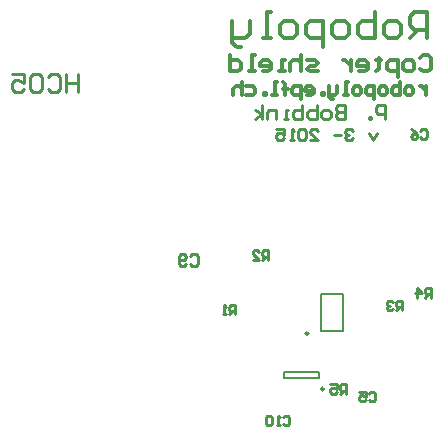
<source format=gbo>
%FSAX42Y42*%
%MOMM*%
G71*
G01*
G75*
G04 Layer_Color=32896*
%ADD10R,1.70X1.70*%
%ADD11O,0.65X0.20*%
%ADD12O,0.20X0.65*%
%ADD13R,1.60X1.30*%
%ADD14R,1.30X1.60*%
%ADD15R,1.10X0.60*%
%ADD16R,1.40X1.00*%
%ADD17R,0.23X0.60*%
%ADD18R,0.60X0.23*%
%ADD19C,0.25*%
%ADD20C,0.24*%
%ADD21C,0.20*%
%ADD22C,1.50*%
%ADD23R,1.50X1.50*%
%ADD24R,1.50X1.50*%
%ADD25C,1.30*%
G04:AMPARAMS|DCode=26|XSize=3mm|YSize=1.5mm|CornerRadius=0mm|HoleSize=0mm|Usage=FLASHONLY|Rotation=0.000|XOffset=0mm|YOffset=0mm|HoleType=Round|Shape=Octagon|*
%AMOCTAGOND26*
4,1,8,1.50,-0.38,1.50,0.38,1.13,0.75,-1.13,0.75,-1.50,0.38,-1.50,-0.38,-1.13,-0.75,1.13,-0.75,1.50,-0.38,0.0*
%
%ADD26OCTAGOND26*%

%ADD27C,1.52*%
%ADD28C,0.50*%
%ADD29R,1.02X0.91*%
%ADD30R,0.91X1.02*%
%ADD31O,1.65X0.48*%
%ADD32R,0.60X1.10*%
%ADD33C,0.25*%
%ADD34C,0.60*%
%ADD35C,0.30*%
%ADD36C,0.10*%
%ADD37C,0.13*%
%ADD38R,1.90X1.90*%
%ADD39O,0.85X0.40*%
%ADD40O,0.40X0.85*%
%ADD41R,1.80X1.50*%
%ADD42R,1.50X1.80*%
%ADD43R,1.30X0.80*%
%ADD44R,1.60X1.20*%
%ADD45C,1.70*%
%ADD46R,1.70X1.70*%
G04:AMPARAMS|DCode=47|XSize=3.2mm|YSize=1.7mm|CornerRadius=0mm|HoleSize=0mm|Usage=FLASHONLY|Rotation=0.000|XOffset=0mm|YOffset=0mm|HoleType=Round|Shape=Octagon|*
%AMOCTAGOND47*
4,1,8,1.60,-0.42,1.60,0.42,1.18,0.85,-1.18,0.85,-1.60,0.42,-1.60,-0.42,-1.18,-0.85,1.18,-0.85,1.60,-0.42,0.0*
%
%ADD47OCTAGOND47*%

%ADD48C,1.72*%
%ADD49C,0.70*%
%ADD50R,1.22X1.11*%
%ADD51R,1.11X1.22*%
%ADD52O,1.85X0.68*%
%ADD53R,0.80X1.30*%
D19*
X004035Y006240D02*
Y006088D01*
Y006164D01*
X003933D01*
Y006240D01*
Y006088D01*
X003781Y006214D02*
X003806Y006240D01*
X003857D01*
X003883Y006214D01*
Y006113D01*
X003857Y006088D01*
X003806D01*
X003781Y006113D01*
X003730Y006214D02*
X003705Y006240D01*
X003654D01*
X003629Y006214D01*
Y006113D01*
X003654Y006088D01*
X003705D01*
X003730Y006113D01*
Y006214D01*
X003476Y006240D02*
X003578D01*
Y006164D01*
X003527Y006189D01*
X003502D01*
X003476Y006164D01*
Y006113D01*
X003502Y006088D01*
X003553D01*
X003578Y006113D01*
X006934Y005757D02*
X006948Y005770D01*
X006974D01*
X006988Y005757D01*
Y005703D01*
X006974Y005690D01*
X006948D01*
X006934Y005703D01*
X006854Y005770D02*
X006881Y005757D01*
X006908Y005730D01*
Y005703D01*
X006894Y005690D01*
X006868D01*
X006854Y005703D01*
Y005717D01*
X006868Y005730D01*
X006908D01*
X006305Y003530D02*
Y003610D01*
X006265D01*
X006252Y003597D01*
Y003570D01*
X006265Y003557D01*
X006305D01*
X006278D02*
X006252Y003530D01*
X006172Y003610D02*
X006225D01*
Y003570D01*
X006198Y003583D01*
X006185D01*
X006172Y003570D01*
Y003543D01*
X006185Y003530D01*
X006212D01*
X006225Y003543D01*
X007022Y004345D02*
Y004425D01*
X006983D01*
X006969Y004412D01*
Y004385D01*
X006983Y004372D01*
X007022D01*
X006996D02*
X006969Y004345D01*
X006903D02*
Y004425D01*
X006943Y004385D01*
X006889D01*
X006780Y004238D02*
Y004317D01*
X006740D01*
X006727Y004304D01*
Y004277D01*
X006740Y004264D01*
X006780D01*
X006753D02*
X006727Y004238D01*
X006700Y004304D02*
X006687Y004317D01*
X006660D01*
X006647Y004304D01*
Y004291D01*
X006660Y004277D01*
X006673D01*
X006660D01*
X006647Y004264D01*
Y004251D01*
X006660Y004238D01*
X006687D01*
X006700Y004251D01*
X005647Y004665D02*
Y004745D01*
X005608D01*
X005594Y004732D01*
Y004705D01*
X005608Y004692D01*
X005647D01*
X005621D02*
X005594Y004665D01*
X005514D02*
X005568D01*
X005514Y004718D01*
Y004732D01*
X005528Y004745D01*
X005554D01*
X005568Y004732D01*
X005367Y004203D02*
Y004282D01*
X005328D01*
X005314Y004269D01*
Y004242D01*
X005328Y004229D01*
X005367D01*
X005341D02*
X005314Y004203D01*
X005288D02*
X005261D01*
X005274D01*
Y004282D01*
X005288Y004269D01*
X006497Y003532D02*
X006510Y003545D01*
X006537D01*
X006550Y003532D01*
Y003478D01*
X006537Y003465D01*
X006510D01*
X006497Y003478D01*
X006417Y003545D02*
X006470D01*
Y003505D01*
X006443Y003518D01*
X006430D01*
X006417Y003505D01*
Y003478D01*
X006430Y003465D01*
X006457D01*
X006470Y003478D01*
X005769Y003332D02*
X005783Y003345D01*
X005809D01*
X005822Y003332D01*
Y003278D01*
X005809Y003265D01*
X005783D01*
X005769Y003278D01*
X005743Y003265D02*
X005716D01*
X005729D01*
Y003345D01*
X005743Y003332D01*
X005676D02*
X005663Y003345D01*
X005636D01*
X005623Y003332D01*
Y003278D01*
X005636Y003265D01*
X005663D01*
X005676Y003278D01*
Y003332D01*
X004986Y004693D02*
X005003Y004710D01*
X005036D01*
X005053Y004693D01*
Y004627D01*
X005036Y004610D01*
X005003D01*
X004986Y004627D01*
X004953D02*
X004936Y004610D01*
X004903D01*
X004886Y004627D01*
Y004693D01*
X004903Y004710D01*
X004936D01*
X004953Y004693D01*
Y004677D01*
X004936Y004660D01*
X004886D01*
X006635Y005855D02*
Y005975D01*
X006575D01*
X006555Y005955D01*
Y005915D01*
X006575Y005895D01*
X006635D01*
X006515Y005855D02*
Y005875D01*
X006495D01*
Y005855D01*
X006515D01*
X006295Y005975D02*
Y005855D01*
X006235D01*
X006215Y005875D01*
Y005895D01*
X006235Y005915D01*
X006295D01*
X006235D01*
X006215Y005935D01*
Y005955D01*
X006235Y005975D01*
X006295D01*
X006155Y005855D02*
X006115D01*
X006095Y005875D01*
Y005915D01*
X006115Y005935D01*
X006155D01*
X006175Y005915D01*
Y005875D01*
X006155Y005855D01*
X006055Y005975D02*
Y005855D01*
X005995D01*
X005975Y005875D01*
Y005895D01*
Y005915D01*
X005995Y005935D01*
X006055D01*
X005935Y005975D02*
Y005855D01*
X005875D01*
X005855Y005875D01*
Y005895D01*
Y005915D01*
X005875Y005935D01*
X005935D01*
X005815Y005855D02*
X005775D01*
X005795D01*
Y005935D01*
X005815D01*
X005715Y005855D02*
Y005935D01*
X005655D01*
X005635Y005915D01*
Y005855D01*
X005595D02*
Y005975D01*
Y005895D02*
X005535Y005935D01*
X005595Y005895D02*
X005535Y005855D01*
X006565Y005742D02*
X006532Y005675D01*
X006498Y005742D01*
X006365Y005758D02*
X006348Y005775D01*
X006315D01*
X006298Y005758D01*
Y005742D01*
X006315Y005725D01*
X006332D01*
X006315D01*
X006298Y005708D01*
Y005692D01*
X006315Y005675D01*
X006348D01*
X006365Y005692D01*
X006265Y005725D02*
X006198D01*
X005999Y005675D02*
X006065D01*
X005999Y005742D01*
Y005758D01*
X006015Y005775D01*
X006048D01*
X006065Y005758D01*
X005965D02*
X005949Y005775D01*
X005915D01*
X005899Y005758D01*
Y005692D01*
X005915Y005675D01*
X005949D01*
X005965Y005692D01*
Y005758D01*
X005865Y005675D02*
X005832D01*
X005849D01*
Y005775D01*
X005865Y005758D01*
X005715Y005775D02*
X005782D01*
Y005725D01*
X005749Y005742D01*
X005732D01*
X005715Y005725D01*
Y005692D01*
X005732Y005675D01*
X005765D01*
X005782Y005692D01*
D21*
X006095Y004372D02*
X006275D01*
X006095Y004063D02*
Y004372D01*
X006275Y004063D02*
Y004372D01*
X006095Y004063D02*
X006275D01*
X005775Y003665D02*
Y003715D01*
X006075D01*
X005775Y003665D02*
X006075D01*
Y003715D01*
D33*
X005985Y004040D02*
G03*
X005985Y004040I-000012J000000D01*
G01*
X006117Y003570D02*
G03*
X006117Y003570I-000012J000000D01*
G01*
D35*
X006929Y006377D02*
X006953Y006400D01*
X006999D01*
X007022Y006377D01*
Y006283D01*
X006999Y006260D01*
X006953D01*
X006929Y006283D01*
X006859Y006260D02*
X006813D01*
X006789Y006283D01*
Y006330D01*
X006813Y006353D01*
X006859D01*
X006883Y006330D01*
Y006283D01*
X006859Y006260D01*
X006743Y006213D02*
Y006353D01*
X006673D01*
X006649Y006330D01*
Y006283D01*
X006673Y006260D01*
X006743D01*
X006579Y006377D02*
Y006353D01*
X006603D01*
X006556D01*
X006579D01*
Y006283D01*
X006556Y006260D01*
X006416D02*
X006463D01*
X006486Y006283D01*
Y006330D01*
X006463Y006353D01*
X006416D01*
X006393Y006330D01*
Y006307D01*
X006486D01*
X006346Y006353D02*
Y006260D01*
Y006307D01*
X006323Y006330D01*
X006299Y006353D01*
X006276D01*
X006066Y006260D02*
X005996D01*
X005973Y006283D01*
X005996Y006307D01*
X006043D01*
X006066Y006330D01*
X006043Y006353D01*
X005973D01*
X005926Y006400D02*
Y006260D01*
Y006330D01*
X005903Y006353D01*
X005856D01*
X005833Y006330D01*
Y006260D01*
X005786D02*
X005740D01*
X005763D01*
Y006353D01*
X005786D01*
X005600Y006260D02*
X005646D01*
X005670Y006283D01*
Y006330D01*
X005646Y006353D01*
X005600D01*
X005576Y006330D01*
Y006307D01*
X005670D01*
X005530Y006260D02*
X005483D01*
X005506D01*
Y006400D01*
X005530D01*
X005320D02*
Y006260D01*
X005390D01*
X005413Y006283D01*
Y006330D01*
X005390Y006353D01*
X005320D01*
X006990Y006540D02*
Y006760D01*
X006880D01*
X006843Y006723D01*
Y006650D01*
X006880Y006613D01*
X006990D01*
X006917D02*
X006843Y006540D01*
X006733D02*
X006660D01*
X006623Y006577D01*
Y006650D01*
X006660Y006687D01*
X006733D01*
X006770Y006650D01*
Y006577D01*
X006733Y006540D01*
X006550Y006760D02*
Y006540D01*
X006440D01*
X006404Y006577D01*
Y006613D01*
Y006650D01*
X006440Y006687D01*
X006550D01*
X006294Y006540D02*
X006220D01*
X006184Y006577D01*
Y006650D01*
X006220Y006687D01*
X006294D01*
X006330Y006650D01*
Y006577D01*
X006294Y006540D01*
X006110Y006467D02*
Y006687D01*
X006000D01*
X005964Y006650D01*
Y006577D01*
X006000Y006540D01*
X006110D01*
X005854D02*
X005780D01*
X005744Y006577D01*
Y006650D01*
X005780Y006687D01*
X005854D01*
X005890Y006650D01*
Y006577D01*
X005854Y006540D01*
X005670D02*
X005597D01*
X005634D01*
Y006760D01*
X005670D01*
X005487Y006687D02*
Y006577D01*
X005450Y006540D01*
X005341D01*
Y006503D01*
X005377Y006467D01*
X005414D01*
X005341Y006540D02*
Y006687D01*
X006982Y006133D02*
Y006060D01*
Y006097D01*
X006964Y006115D01*
X006946Y006133D01*
X006928D01*
X006854Y006060D02*
X006818D01*
X006799Y006078D01*
Y006115D01*
X006818Y006133D01*
X006854D01*
X006873Y006115D01*
Y006078D01*
X006854Y006060D01*
X006763Y006170D02*
Y006060D01*
X006708D01*
X006689Y006078D01*
Y006097D01*
Y006115D01*
X006708Y006133D01*
X006763D01*
X006634Y006060D02*
X006598D01*
X006579Y006078D01*
Y006115D01*
X006598Y006133D01*
X006634D01*
X006653Y006115D01*
Y006078D01*
X006634Y006060D01*
X006543Y006023D02*
Y006133D01*
X006488D01*
X006469Y006115D01*
Y006078D01*
X006488Y006060D01*
X006543D01*
X006414D02*
X006378D01*
X006359Y006078D01*
Y006115D01*
X006378Y006133D01*
X006414D01*
X006433Y006115D01*
Y006078D01*
X006414Y006060D01*
X006323D02*
X006286D01*
X006304D01*
Y006170D01*
X006323D01*
X006231Y006133D02*
Y006078D01*
X006213Y006060D01*
X006158D01*
Y006042D01*
X006176Y006023D01*
X006194D01*
X006158Y006060D02*
Y006133D01*
X006121Y006060D02*
Y006078D01*
X006103D01*
Y006060D01*
X006121D01*
X005974D02*
X006011D01*
X006029Y006078D01*
Y006115D01*
X006011Y006133D01*
X005974D01*
X005956Y006115D01*
Y006097D01*
X006029D01*
X005920Y006023D02*
Y006133D01*
X005865D01*
X005846Y006115D01*
Y006078D01*
X005865Y006060D01*
X005920D01*
X005791D02*
Y006152D01*
Y006115D01*
X005810D01*
X005773D01*
X005791D01*
Y006152D01*
X005773Y006170D01*
X005718Y006060D02*
X005681D01*
X005700D01*
Y006170D01*
X005718D01*
X005626Y006060D02*
Y006078D01*
X005608D01*
Y006060D01*
X005626D01*
X005461Y006133D02*
X005516D01*
X005535Y006115D01*
Y006078D01*
X005516Y006060D01*
X005461D01*
X005425Y006170D02*
Y006060D01*
Y006115D01*
X005406Y006133D01*
X005370D01*
X005351Y006115D01*
Y006060D01*
M02*

</source>
